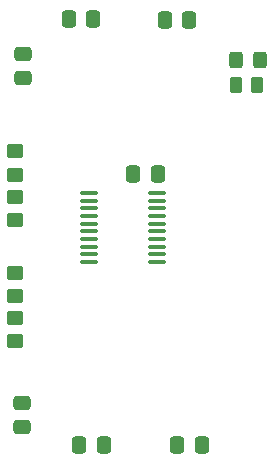
<source format=gtp>
G04 #@! TF.GenerationSoftware,KiCad,Pcbnew,(6.0.6)*
G04 #@! TF.CreationDate,2022-08-29T16:25:24+02:00*
G04 #@! TF.ProjectId,optic-transceiver-board-2t6r,6f707469-632d-4747-9261-6e7363656976,rev?*
G04 #@! TF.SameCoordinates,Original*
G04 #@! TF.FileFunction,Paste,Top*
G04 #@! TF.FilePolarity,Positive*
%FSLAX46Y46*%
G04 Gerber Fmt 4.6, Leading zero omitted, Abs format (unit mm)*
G04 Created by KiCad (PCBNEW (6.0.6)) date 2022-08-29 16:25:24*
%MOMM*%
%LPD*%
G01*
G04 APERTURE LIST*
G04 Aperture macros list*
%AMRoundRect*
0 Rectangle with rounded corners*
0 $1 Rounding radius*
0 $2 $3 $4 $5 $6 $7 $8 $9 X,Y pos of 4 corners*
0 Add a 4 corners polygon primitive as box body*
4,1,4,$2,$3,$4,$5,$6,$7,$8,$9,$2,$3,0*
0 Add four circle primitives for the rounded corners*
1,1,$1+$1,$2,$3*
1,1,$1+$1,$4,$5*
1,1,$1+$1,$6,$7*
1,1,$1+$1,$8,$9*
0 Add four rect primitives between the rounded corners*
20,1,$1+$1,$2,$3,$4,$5,0*
20,1,$1+$1,$4,$5,$6,$7,0*
20,1,$1+$1,$6,$7,$8,$9,0*
20,1,$1+$1,$8,$9,$2,$3,0*%
G04 Aperture macros list end*
%ADD10RoundRect,0.250000X0.337500X0.475000X-0.337500X0.475000X-0.337500X-0.475000X0.337500X-0.475000X0*%
%ADD11RoundRect,0.250000X0.475000X-0.337500X0.475000X0.337500X-0.475000X0.337500X-0.475000X-0.337500X0*%
%ADD12RoundRect,0.250000X-0.325000X-0.450000X0.325000X-0.450000X0.325000X0.450000X-0.325000X0.450000X0*%
%ADD13RoundRect,0.250000X-0.337500X-0.475000X0.337500X-0.475000X0.337500X0.475000X-0.337500X0.475000X0*%
%ADD14RoundRect,0.250000X0.450000X-0.350000X0.450000X0.350000X-0.450000X0.350000X-0.450000X-0.350000X0*%
%ADD15RoundRect,0.250000X-0.450000X0.350000X-0.450000X-0.350000X0.450000X-0.350000X0.450000X0.350000X0*%
%ADD16RoundRect,0.250000X-0.262500X-0.450000X0.262500X-0.450000X0.262500X0.450000X-0.262500X0.450000X0*%
%ADD17RoundRect,0.100000X-0.637500X-0.100000X0.637500X-0.100000X0.637500X0.100000X-0.637500X0.100000X0*%
G04 APERTURE END LIST*
D10*
X112064800Y-92913200D03*
X109989800Y-92913200D03*
D11*
X96875600Y-91436100D03*
X96875600Y-89361100D03*
D12*
X114951400Y-60350400D03*
X117001400Y-60350400D03*
D13*
X108944500Y-56946800D03*
X111019500Y-56946800D03*
D14*
X96240600Y-80333600D03*
X96240600Y-78333600D03*
X96266000Y-84159600D03*
X96266000Y-82159600D03*
D15*
X96291400Y-71923400D03*
X96291400Y-73923400D03*
D16*
X114960400Y-62433200D03*
X116785400Y-62433200D03*
D14*
X96266000Y-70046600D03*
X96266000Y-68046600D03*
D17*
X102547500Y-71598600D03*
X102547500Y-72248600D03*
X102547500Y-72898600D03*
X102547500Y-73548600D03*
X102547500Y-74198600D03*
X102547500Y-74848600D03*
X102547500Y-75498600D03*
X102547500Y-76148600D03*
X102547500Y-76798600D03*
X102547500Y-77448600D03*
X108272500Y-77448600D03*
X108272500Y-76798600D03*
X108272500Y-76148600D03*
X108272500Y-75498600D03*
X108272500Y-74848600D03*
X108272500Y-74198600D03*
X108272500Y-73548600D03*
X108272500Y-72898600D03*
X108272500Y-72248600D03*
X108272500Y-71598600D03*
D11*
X96977200Y-61874400D03*
X96977200Y-59799400D03*
D13*
X100816500Y-56896000D03*
X102891500Y-56896000D03*
X106281400Y-69951600D03*
X108356400Y-69951600D03*
D10*
X103755100Y-92964000D03*
X101680100Y-92964000D03*
M02*

</source>
